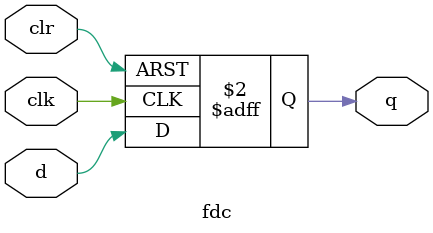
<source format=sv>

module homework1 (vcc, async_sg, outclk, clr, out_sync_sg);
	input logic vcc, async_sg, outclk, clr;
	output logic out_sync_sg;
	logic q0, q1, q2, q3;
	
	assign out_sync_sg = q2;
	
	fdc fdc0(.d(vcc), .clk(async_sg), .clr(q3), .q(q0));
	fdc fdc1(.d(q0), .clk(outclk), .clr(clr), .q(q1));
	fdc fdc2(.d(q1), .clk(outclk), .clr(clr), .q(q2));
	fdc fdc_1(.d(q2), .clk(outclk), .clr(clr), .q(q3));
endmodule


module fdc(d, clk, clr, q);
	input logic d, clk, clr;
	output logic q;
	
	always_ff @(posedge clk or posedge clr)
		if(clr) q <= 0;
		else q <= d;
		
endmodule

</source>
